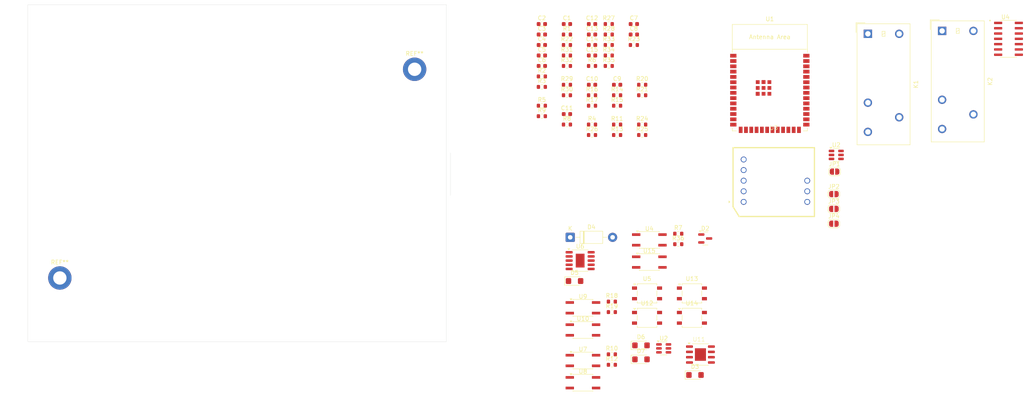
<source format=kicad_pcb>
(kicad_pcb (version 20241229) (generator "pcbnew") (generator_version "9.0")
  (layers (0 "F.Cu" signal) (2 "B.Cu" signal) (13 "F.Paste" user) (15 "B.Paste" user) (5 "F.SilkS" user "F.Silkscreen") (7 "B.SilkS" user "B.Silkscreen") (1 "F.Mask" user) (3 "B.Mask" user) (25 "Edge.Cuts" user))
  (net 0 "")
  (net 1 "Net-(JP1-A)")
  (net 2 "+3.3V")
  (net 3 "/NIVARA_BOARD/VOLTAGE_AOUTPUT")
  (net 5 "/NIVARA_BOARD/mA_AOUTPUT+")
  (net 6 "Net-(D4-A)")
  (net 7 "Net-(D5-A1)")
  (net 8 "GND")
  (net 10 "Net-(D6-A1)")
  (net 11 "Net-(Q2-1C)")
  (net 12 "Net-(Q2-2C)")
  (net 14 "Net-(R7-Pad2)")
  (net 15 "/NIVARA_BOARD/NPN_DINPUT_1")
  (net 16 "Net-(U1-EN)")
  (net 18 "Net-(R10-Pad2)")
  (net 19 "Net-(R12-Pad2)")
  (net 20 "/NIVARA_BOARD/PNP_DINPUT_0")
  (net 22 "Net-(R18-Pad2)")
  (net 23 "/NIVARA_BOARD/PNP_DINPUT_1")
  (net 24 "Net-(R19-Pad2)")
  (net 25 "Net-(R36-Pad2)")
  (net 27 "/NIVARA_BOARD/NPN_DINPUT_0")
  (net 29 "/NIVARA_BOARD/NPN_OUT_INTERFACE/NPN_EN1")
  (net 32 "/NIVARA_BOARD/PNP_OUT_INTERFACE/PNP_EN0")
  (net 34 "/NIVARA_BOARD/RS485_INTERFACE/UART_RX")
  (net 38 "/NIVARA_BOARD/~{RUN}{slash}STOP")
  (net 39 "/NIVARA_BOARD/RS485_INTERFACE/UART_TX")
  (net 41 "VCC")
  (net 42 "Net-(U2-SW)")
  (net 43 "Net-(U2-BST)")
  (net 44 "/NIVARA_BOARD/RS485_B")
  (net 46 "/NIVARA_BOARD/RS485_A")
  (net 47 "/NIVARA_BOARD/RS485_INTERFACE/~{TX}{slash}RX")
  (net 48 "Net-(K1-PadA1)")
  (net 49 "/NIVARA_BOARD/RL2_OUTPUT_NC")
  (net 50 "/NIVARA_BOARD/RL2_OUTPUT_NO")
  (net 51 "/NIVARA_BOARD/RL2_COM")
  (net 52 "/NIVARA_BOARD/RL1_OUTPUT_NC")
  (net 53 "Net-(K2-PadA1)")
  (net 54 "/NIVARA_BOARD/RL1_COM")
  (net 55 "/NIVARA_BOARD/RL1_OUTPUT_NO")
  (net 56 "/NIVARA_BOARD/RELAY_INTERFACE/ST2")
  (net 57 "/NIVARA_BOARD/RELAY_INTERFACE/ST1")
  (net 58 "/NIVARA_BOARD/RELAY_INTERFACE/RL2_EN")
  (net 59 "/NIVARA_BOARD/RELAY_INTERFACE/RL1_EN")
  (net 60 "/NIVARA_BOARD/VOLTAGE_AOUT_INTERFACE/SCLK")
  (net 61 "/NIVARA_BOARD/10V_AIN_INTERFACE/10V_ADC")
  (net 62 "/NIVARA_BOARD/VOLTAGE_AOUT_INTERFACE/SDA")
  (net 63 "/NIVARA_BOARD/VOLTAGE_AOUT_INTERFACE/SEL")
  (net 64 "/NIVARA_BOARD/mA_AINPUT")
  (net 65 "/NIVARA_BOARD/PNP_OUT_INTERFACE/PNP_EN1")
  (net 66 "/NIVARA_BOARD/PNP_IN_Mod/NPN_Output0")
  (net 67 "/NIVARA_BOARD/PNP_IN_Mod/NPN_Output1")
  (net 68 "/NIVARA_BOARD/DRY_INPUT_INTERFACE/DRY_OUT0")
  (net 69 "/NIVARA_BOARD/DRY_INPUT_INTERFACE/DRY_OUT1")
  (net 70 "/NIVARA_BOARD/NPN_OUT_INTERFACE/NPN_EN0")
  (net 71 "/NIVARA_BOARD/~{TRANSMIT}{slash}RECEIVE")
  (net 73 "/NIVARA_BOARD/32V_AIN_INTERFACE/32V_ADC")
  (net 75 "Net-(U2-FB)")
  (net 76 "Net-(U3-B)")
  (net 77 "Net-(U3-A)")
  (net 78 "/NIVARA_BOARD/NPN_IN_Mod/NPN_Output1")
  (net 79 "NPNIN_GND")
  (net 80 "Net-(R4-Pad2)")
  (net 81 "/NIVARA_BOARD/NPN_DOUTPUT_0")
  (net 82 "Net-(U6-IOUT)")
  (net 83 "Net-(JP2-B)")
  (net 84 "Net-(JP3-B)")
  (net 85 "Net-(U6-SET)")
  (net 86 "Net-(JP4-B)")
  (net 87 "Net-(U6-V5V)")
  (net 88 "/NIVARA_BOARD/DRY_DINPUT_0")
  (net 89 "/NIVARA_BOARD/DRY_DINPUT_1")
  (net 90 "PNPIN_GND")
  (net 91 "Net-(U11-V5V)")
  (net 92 "Net-(R26-Pad2)")
  (net 93 "/NIVARA_BOARD/PNP_DOUTPUT_0")
  (net 94 "Net-(R29-Pad2)")
  (net 95 "Net-(R30-Pad2)")
  (net 96 "/NIVARA_BOARD/PNP_DOUTPUT_1")
  (net 97 "/NIVARA_BOARD/NPN_IN_Mod/NPN_Output0")
  (net 98 "Net-(D1-A)")
  (net 99 "/NIVARA_BOARD/+32V_AINPUT")
  (net 100 "/NIVARA_BOARD/+10V_AINPUT")
  (footprint "Jumper:SolderJumper-2_P1.3mm_Open_RoundedPad1.0x1.5mm" (layer "F.Cu") (at 230.265 72.265)
    (property "Reference" "JP1" (at 0 -1.8 0) (layer "F.SilkS"))
    (property "Value" "SolderJumper_2_Open")
    (pad "1" smd custom (at -0.65 0) (size 1 0.5) (layers "F.Cu" "F.Mask") (net 10 "Net-(D6-A1)") (options (clearance outline) (anchor rect)) (primitives (gr_circle (center 0 0.25) (end 0.5 0.25) (width 0) (fill yes)) (gr_circle (center 0 -0.25) (end 0.5 -0.25) (width 0) (fill yes)) (gr_poly (pts (xy 0.5 0.75) (xy 0 0.75) (xy 0 -0.75) (xy 0.5 -0.75)) (width 0) (fill yes))))
    (pad "2" smd custom (at 0.65 0) (size 1 0.5) (layers "F.Cu" "F.Mask") (net 2 "+3.3V") (options (clearance outline) (anchor rect)) (primitives (gr_circle (center 0 0.25) (end 0.5 0.25) (width 0) (fill yes)) (gr_circle (center 0 -0.25) (end 0.5 -0.25) (width 0) (fill yes)) (gr_poly (pts (xy 0 0.75) (xy -0.5 0.75) (xy -0.5 -0.75) (xy 0 -0.75)) (width 0) (fill yes))))
  )
  (footprint "PCM_Espressif:ESP32-S3-WROOM-1" (layer "F.Cu") (at 214.75 52.76)
    (property "Reference" "U1" (at 0 -17.05 0) (layer "F.SilkS"))
    (property "Value" "ESP32-S3-WROOM-1")
    (fp_text user "Antenna Area" (at 0 -12.75 0) (layer "F.SilkS"))
    (pad "1" smd rect (at -8.75 -8.26) (size 1.5 0.9) (layers "F.Cu" "F.Mask" "F.Paste") (net 8 "GND"))
    (pad "2" smd rect (at -8.75 -6.99) (size 1.5 0.9) (layers "F.Cu" "F.Mask" "F.Paste") (net 2 "+3.3V"))
    (pad "3" smd rect (at -8.75 -5.72) (size 1.5 0.9) (layers "F.Cu" "F.Mask" "F.Paste") (net 16 "Net-(U1-EN)"))
    (pad "4" smd rect (at -8.75 -4.45) (size 1.5 0.9) (layers "F.Cu" "F.Mask" "F.Paste") (net 73 "/NIVARA_BOARD/32V_AIN_INTERFACE/32V_ADC"))
    (pad "5" smd rect (at -8.75 -3.18) (size 1.5 0.9) (layers "F.Cu" "F.Mask" "F.Paste") (net 61 "/NIVARA_BOARD/10V_AIN_INTERFACE/10V_ADC"))
    (pad "6" smd rect (at -8.75 -1.91) (size 1.5 0.9) (layers "F.Cu" "F.Mask" "F.Paste") (net 32 "/NIVARA_BOARD/PNP_OUT_INTERFACE/PNP_EN0"))
    (pad "7" smd rect (at -8.75 -0.64) (size 1.5 0.9) (layers "F.Cu" "F.Mask" "F.Paste") (net 65 "/NIVARA_BOARD/PNP_OUT_INTERFACE/PNP_EN1"))
    (pad "8" smd rect (at -8.75 0.63) (size 1.5 0.9) (layers "F.Cu" "F.Mask" "F.Paste") (net 62 "/NIVARA_BOARD/VOLTAGE_AOUT_INTERFACE/SDA"))
    (pad "9" smd rect (at -8.75 1.9) (size 1.5 0.9) (layers "F.Cu" "F.Mask" "F.Paste") (net 60 "/NIVARA_BOARD/VOLTAGE_AOUT_INTERFACE/SCLK"))
    (pad "10" smd rect (at -8.75 3.17) (size 1.5 0.9) (layers "F.Cu" "F.Mask" "F.Paste"))
    (pad "11" smd rect (at -8.75 4.44) (size 1.5 0.9) (layers "F.Cu" "F.Mask" "F.Paste"))
    (pad "12" smd rect (at -8.75 5.71) (size 1.5 0.9) (layers "F.Cu" "F.Mask" "F.Paste") (net 66 "/NIVARA_BOARD/PNP_IN_Mod/NPN_Output0"))
    (pad "13" smd rect (at -8.75 6.98) (size 1.5 0.9) (layers "F.Cu" "F.Mask" "F.Paste"))
    (pad "14" smd rect (at -8.75 8.25) (size 1.5 0.9) (layers "F.Cu" "F.Mask" "F.Paste"))
    (pad "15" smd rect (at -6.985 9.5 90) (size 1.5 0.9) (layers "F.Cu" "F.Mask" "F.Paste") (net 58 "/NIVARA_BOARD/RELAY_INTERFACE/RL2_EN"))
    (pad "16" smd rect (at -5.715 9.5 90) (size 1.5 0.9) (layers "F.Cu" "F.Mask" "F.Paste") (net 71 "/NIVARA_BOARD/~{TRANSMIT}{slash}RECEIVE"))
    (pad "17" smd rect (at -4.445 9.5 90) (size 1.5 0.9) (layers "F.Cu" "F.Mask" "F.Paste") (net 67 "/NIVARA_BOARD/PNP_IN_Mod/NPN_Output1"))
    (pad "18" smd rect (at -3.175 9.5 90) (size 1.5 0.9) (layers "F.Cu" "F.Mask" "F.Paste") (net 68 "/NIVARA_BOARD/DRY_INPUT_INTERFACE/DRY_OUT0"))
    (pad "19" smd rect (at -1.905 9.5 90) (size 1.5 0.9) (layers "F.Cu" "F.Mask" "F.Paste"))
    (pad "20" smd rect (at -0.635 9.5 90) (size 1.5 0.9) (layers "F.Cu" "F.Mask" "F.Paste"))
    (pad "21" smd rect (at 0.635 9.5 90) (size 1.5 0.9) (layers "F.Cu" "F.Mask" "F.Paste"))
    (pad "22" smd rect (at 1.905 9.5 90) (size 1.5 0.9) (layers "F.Cu" "F.Mask" "F.Paste"))
    (pad "23" smd rect (at 3.175 9.5 90) (size 1.5 0.9) (layers "F.Cu" "F.Mask" "F.Paste") (net 69 "/NIVARA_BOARD/DRY_INPUT_INTERFACE/DRY_OUT1"))
    (pad "24" smd rect (at 4.445 9.5 90) (size 1.5 0.9) (layers "F.Cu" "F.Mask" "F.Paste") (net 39 "/NIVARA_BOARD/RS485_INTERFACE/UART_TX"))
    (pad "25" smd rect (at 5.715 9.5 90) (size 1.5 0.9) (layers "F.Cu" "F.Mask" "F.Paste") (net 34 "/NIVARA_BOARD/RS485_INTERFACE/UART_RX"))
    (pad "26" smd rect (at 6.985 9.5 90) (size 1.5 0.9) (layers "F.Cu" "F.Mask" "F.Paste") (net 29 "/NIVARA_BOARD/NPN_OUT_INTERFACE/NPN_EN1"))
    (pad "27" smd rect (at 8.75 8.25 180) (size 1.5 0.9) (layers "F.Cu" "F.Mask" "F.Paste"))
    (pad "28" smd rect (at 8.75 6.98 180) (size 1.5 0.9) (layers "F.Cu" "F.Mask" "F.Paste") (net 63 "/NIVARA_BOARD/VOLTAGE_AOUT_INTERFACE/SEL"))
    (pad "29" smd rect (at 8.75 5.71 180) (size 1.5 0.9) (layers "F.Cu" "F.Mask" "F.Paste") (net 38 "/NIVARA_BOARD/~{RUN}{slash}STOP"))
    (pad "30" smd rect (at 8.75 4.44 180) (size 1.5 0.9) (layers "F.Cu" "F.Mask" "F.Paste"))
    (pad "31" smd rect (at 8.75 3.17 180) (size 1.5 0.9) (layers "F.Cu" "F.Mask" "F.Paste") (net 70 "/NIVARA_BOARD/NPN_OUT_INTERFACE/NPN_EN0"))
    (pad "32" smd rect (at 8.75 1.9 180) (size 1.5 0.9) (layers "F.Cu" "F.Mask" "F.Paste"))
    (pad "33" smd rect (at 8.75 0.63 180) (size 1.5 0.9) (layers "F.Cu" "F.Mask" "F.Paste"))
    (pad "34" smd rect (at 8.75 -0.64 180) (size 1.5 0.9) (layers "F.Cu" "F.Mask" "F.Paste"))
    (pad "35" smd rect (at 8.75 -1.91 180) (size 1.5 0.9) (layers "F.Cu" "F.Mask" "F.Paste"))
    (pad "36" smd rect (at 8.75 -3.18 180) (size 1.5 0.9) (layers "F.Cu" "F.Mask" "F.Paste"))
    (pad "37" smd rect (at 8.75 -4.45 180) (size 1.5 0.9) (layers "F.Cu" "F.Mask" "F.Paste"))
    (pad "38" smd rect (at 8.75 -5.72 180) (size 1.5 0.9) (layers "F.Cu" "F.Mask" "F.Paste") (net 59 "/NIVARA_BOARD/RELAY_INTERFACE/RL1_EN"))
    (pad "39" smd rect (at 8.75 -6.99 180) (size 1.5 0.9) (layers "F.Cu" "F.Mask" "F.Paste") (net 64 "/NIVARA_BOARD/mA_AINPUT"))
    (pad "40" smd rect (at 8.75 -8.26 180) (size 1.5 0.9) (layers "F.Cu" "F.Mask" "F.Paste") (net 8 "GND"))
    (pad "41" smd rect (at -2.9 -1.94 180) (size 0.9 0.9) (layers "F.Cu" "F.Mask" "F.Paste") (net 8 "GND"))
    (pad "41" smd rect (at -2.9 -0.54 180) (size 0.9 0.9) (layers "F.Cu" "F.Mask" "F.Paste") (net 8 "GND"))
    (pad "41" smd rect (at -2.9 0.86 180) (size 0.9 0.9) (layers "F.Cu" "F.Mask" "F.Paste") (net 8 "GND"))
    (pad "41" smd rect (at -2.9 0.86 180) (size 0.9 0.9) (layers "F.Cu" "F.Mask" "F.Paste") (net 8 "GND"))
    (pad "41" smd rect (at -1.5 -1.94 180) (size 0.9 0.9) (layers "F.Cu" "F.Mask" "F.Paste") (net 8 "GND"))
    (pad "41" smd rect (at -1.5 -1.94 180) (size 0.9 0.9) (layers "F.Cu" "F.Mask" "F.Paste") (net 8 "GND"))
    (pad "41" smd rect (at -1.5 -0.54 180) (size 0.9 0.9) (layers "F.Cu" "F.Mask" "F.Paste") (net 8 "GND"))
    (pad "41" smd rect (at -1.5 0.86 180) (size 0.9 0.9) (layers "F.Cu" "F.Mask" "F.Paste") (net 8 "GND"))
    (pad "41" smd rect (at -0.1 -1.94 180) (size 0.9 0.9) (layers "F.Cu" "F.Mask" "F.Paste") (net 8 "GND"))
    (pad "41" smd rect (at -0.1 -0.54 180) (size 0.9 0.9) (layers "F.Cu" "F.Mask" "F.Paste") (net 8 "GND"))
    (pad "41" smd rect (at -0.1 0.86 180) (size 0.9 0.9) (layers "F.Cu" "F.Mask" "F.Paste") (net 8 "GND"))
  )
  (footprint "Resistor_SMD:R_0603_1608Metric" (layer "F.Cu") (at 176.165 41.93)
    (property "Reference" "R33" (at 0 -1.43 0) (layer "F.SilkS"))
    (property "Value" "10k")
    (pad "1" smd roundrect (at -0.825 0) (size 0.8 0.95) (layers "F.Cu" "F.Mask" "F.Paste") (net 87 "Net-(U6-V5V)"))
    (pad "2" smd roundrect (at 0.825 0) (size 0.8 0.95) (layers "F.Cu" "F.Mask" "F.Paste") (net 83 "Net-(JP2-B)"))
  )
  (footprint "Resistor_SMD:R_0603_1608Metric" (layer "F.Cu") (at 176.165 44.44)
    (property "Reference" "R34" (at 0 -1.43 0) (layer "F.SilkS"))
    (property "Value" "10k")
    (pad "1" smd roundrect (at -0.825 0) (size 0.8 0.95) (layers "F.Cu" "F.Mask" "F.Paste") (net 87 "Net-(U6-V5V)"))
    (pad "2" smd roundrect (at 0.825 0) (size 0.8 0.95) (layers "F.Cu" "F.Mask" "F.Paste") (net 84 "Net-(JP3-B)"))
  )
  (footprint "Resistor_SMD:R_0603_1608Metric" (layer "F.Cu") (at 172.155 56.48)
    (property "Reference" "R17" (at 0 -1.43 0) (layer "F.SilkS"))
    (property "Value" "16k")
    (pad "1" smd roundrect (at -0.825 0) (size 0.8 0.95) (layers "F.Cu" "F.Mask" "F.Paste") (net 61 "/NIVARA_BOARD/10V_AIN_INTERFACE/10V_ADC"))
    (pad "2" smd roundrect (at 0.825 0) (size 0.8 0.95) (layers "F.Cu" "F.Mask" "F.Paste") (net 8 "GND"))
  )
  (footprint "Resistor_SMD:R_0603_1608Metric" (layer "F.Cu") (at 172.155 53.97)
    (property "Reference" "R16" (at 0 -1.43 0) (layer "F.SilkS"))
    (property "Value" "51k")
    (pad "1" smd roundrect (at -0.825 0) (size 0.8 0.95) (layers "F.Cu" "F.Mask" "F.Paste") (net 100 "/NIVARA_BOARD/+10V_AINPUT"))
    (pad "2" smd roundrect (at 0.825 0) (size 0.8 0.95) (layers "F.Cu" "F.Mask" "F.Paste") (net 61 "/NIVARA_BOARD/10V_AIN_INTERFACE/10V_ADC"))
  )
  (footprint "Resistor_SMD:R_0603_1608Metric" (layer "F.Cu") (at 160.135 49.46)
    (property "Reference" "R2" (at 0 -1.43 0) (layer "F.SilkS"))
    (property "Value" "196k")
    (pad "1" smd roundrect (at -0.825 0) (size 0.8 0.95) (layers "F.Cu" "F.Mask" "F.Paste") (net 10 "Net-(D6-A1)"))
    (pad "2" smd roundrect (at 0.825 0) (size 0.8 0.95) (layers "F.Cu" "F.Mask" "F.Paste") (net 75 "Net-(U2-FB)"))
  )
  (footprint "Resistor_SMD:R_0603_1608Metric" (layer "F.Cu") (at 176.165 46.95)
    (property "Reference" "R35" (at 0 -1.43 0) (layer "F.SilkS"))
    (property "Value" "10k")
    (pad "1" smd roundrect (at -0.825 0) (size 0.8 0.95) (layers "F.Cu" "F.Mask" "F.Paste") (net 87 "Net-(U6-V5V)"))
    (pad "2" smd roundrect (at 0.825 0) (size 0.8 0.95) (layers "F.Cu" "F.Mask" "F.Paste") (net 86 "Net-(JP4-B)"))
  )
  (footprint "Resistor_SMD:R_0603_1608Metric" (layer "F.Cu") (at 176.905 103.412)
    (property "Reference" "R18" (at 0 -1.43 0) (layer "F.SilkS"))
    (property "Value" "910")
    (pad "1" smd roundrect (at -0.825 0) (size 0.8 0.95) (layers "F.Cu" "F.Mask" "F.Paste") (net 20 "/NIVARA_BOARD/PNP_DINPUT_0"))
    (pad "2" smd roundrect (at 0.825 0) (size 0.8 0.95) (layers "F.Cu" "F.Mask" "F.Paste") (net 22 "Net-(R18-Pad2)"))
  )
  (footprint "Resistor_SMD:R_0603_1608Metric" (layer "F.Cu") (at 176.165 39.42)
    (property "Reference" "R28" (at 0 -1.43 0) (layer "F.SilkS"))
    (property "Value" "15")
    (pad "1" smd roundrect (at -0.825 0) (size 0.8 0.95) (layers "F.Cu" "F.Mask" "F.Paste") (net 7 "Net-(D5-A1)"))
    (pad "2" smd roundrect (at 0.825 0) (size 0.8 0.95) (layers "F.Cu" "F.Mask" "F.Paste") (net 6 "Net-(D4-A)"))
  )
  (footprint "Capacitor_SMD:C_0603_1608Metric" (layer "F.Cu") (at 160.135 36.91)
    (property "Reference" "C2" (at 0 -1.43 0) (layer "F.SilkS"))
    (property "Value" "100nF")
    (pad "1" smd roundrect (at -0.775 0) (size 0.9 0.95) (layers "F.Cu" "F.Mask" "F.Paste") (net 43 "Net-(U2-BST)"))
    (pad "2" smd roundrect (at 0.775 0) (size 0.9 0.95) (layers "F.Cu" "F.Mask" "F.Paste") (net 42 "Net-(U2-SW)"))
  )
  (footprint "Capacitor_SMD:C_0603_1608Metric" (layer "F.Cu") (at 172.155 39.42)
    (property "Reference" "C13" (at 0 -1.43 0) (layer "F.SilkS"))
    (property "Value" "1uF")
    (pad "1" smd roundrect (at -0.775 0) (size 0.9 0.95) (layers "F.Cu" "F.Mask" "F.Paste") (net 87 "Net-(U6-V5V)"))
    (pad "2" smd roundrect (at 0.775 0) (size 0.9 0.95) (layers "F.Cu" "F.Mask" "F.Paste") (net 8 "GND"))
  )
  (footprint "Resistor_SMD:R_0603_1608Metric" (layer "F.Cu") (at 192.815 87.142)
    (property "Reference" "R7" (at 0 -1.43 0) (layer "F.SilkS"))
    (property "Value" "910")
    (pad "1" smd roundrect (at -0.825 0) (size 0.8 0.95) (layers "F.Cu" "F.Mask" "F.Paste") (net 15 "/NIVARA_BOARD/NPN_DINPUT_1"))
    (pad "2" smd roundrect (at 0.825 0) (size 0.8 0.95) (layers "F.Cu" "F.Mask" "F.Paste") (net 14 "Net-(R7-Pad2)"))
  )
  (footprint "Package_TO_SOT_SMD:SOT-23" (layer "F.Cu") (at 199.275 88.287)
    (property "Reference" "D2" (at 0 -2.4 0) (layer "F.SilkS"))
    (property "Value" "SM712_SOT23")
    (pad "1" smd roundrect (at -0.9375 -0.95) (size 1.475 0.6) (layers "F.Cu" "F.Mask" "F.Paste") (net 46 "/NIVARA_BOARD/RS485_A"))
    (pad "2" smd roundrect (at -0.9375 0.95) (size 1.475 0.6) (layers "F.Cu" "F.Mask" "F.Paste") (net 44 "/NIVARA_BOARD/RS485_B"))
    (pad "3" smd roundrect (at 0.9375 0) (size 1.475 0.6) (layers "F.Cu" "F.Mask" "F.Paste") (net 8 "GND"))
  )
  (footprint "Resistor_SMD:R_0603_1608Metric" (layer "F.Cu") (at 160.135 56.48)
    (property "Reference" "R5" (at 0 -1.43 0) (layer "F.SilkS"))
    (property "Value" "412")
    (pad "1" smd roundrect (at -0.825 0) (size 0.8 0.95) (layers "F.Cu" "F.Mask" "F.Paste") (net 97 "/NIVARA_BOARD/NPN_IN_Mod/NPN_Output0"))
    (pad "2" smd roundrect (at 0.825 0) (size 0.8 0.95) (layers "F.Cu" "F.Mask" "F.Paste") (net 2 "+3.3V"))
  )
  (footprint "Capacitor_SMD:C_0603_1608Metric" (layer "F.Cu") (at 172.155 44.44)
    (property "Reference" "C15" (at 0 -1.43 0) (layer "F.SilkS"))
    (property "Value" "100nF")
    (pad "1" smd roundrect (at -0.775 0) (size 0.9 0.95) (layers "F.Cu" "F.Mask" "F.Paste") (net 7 "Net-(D5-A1)"))
    (pad "2" smd roundrect (at 0.775 0) (size 0.9 0.95) (layers "F.Cu" "F.Mask" "F.Paste") (net 8 "GND"))
  )
  (footprint "Capacitor_SMD:C_0603_1608Metric" (layer "F.Cu") (at 166.145 36.91)
    (property "Reference" "C1" (at 0 -1.43 0) (layer "F.SilkS"))
    (property "Value" "1uF")
    (pad "1" smd roundrect (at -0.775 0) (size 0.9 0.95) (layers "F.Cu" "F.Mask" "F.Paste") (net 16 "Net-(U1-EN)"))
    (pad "2" smd roundrect (at 0.775 0) (size 0.9 0.95) (layers "F.Cu" "F.Mask" "F.Paste") (net 8 "GND"))
  )
  (footprint "Capacitor_SMD:C_0603_1608Metric" (layer "F.Cu") (at 166.145 58.48)
    (property "Reference" "C11" (at 0 -1.43 0) (layer "F.SilkS"))
    (property "Value" "100nF")
    (pad "1" smd roundrect (at -0.775 0) (size 0.9 0.95) (layers "F.Cu" "F.Mask" "F.Paste") (net 64 "/NIVARA_BOARD/mA_AINPUT"))
    (pad "2" smd roundrect (at 0.775 0) (size 0.9 0.95) (layers "F.Cu" "F.Mask" "F.Paste") (net 8 "GND"))
  )
  (footprint "Capacitor_SMD:C_0603_1608Metric" (layer "F.Cu") (at 182.175 36.91)
    (property "Reference" "C7" (at 0 -1.43 0) (layer "F.SilkS"))
    (property "Value" "1uF")
    (pad "1" smd roundrect (at -0.775 0) (size 0.9 0.95) (layers "F.Cu" "F.Mask" "F.Paste") (net 8 "GND"))
    (pad "2" smd roundrect (at 0.775 0) (size 0.9 0.95) (layers "F.Cu" "F.Mask" "F.Paste") (net 91 "Net-(U11-V5V)"))
  )
  (footprint "Resistor_SMD:R_0603_1608Metric" (layer "F.Cu") (at 160.135 58.99)
    (property "Reference" "R9" (at 0 -1.43 0) (layer "F.SilkS"))
    (property "Value" "412")
    (pad "1" smd roundrect (at -0.825 0) (size 0.8 0.95) (layers "F.Cu" "F.Mask" "F.Paste") (net 78 "/NIVARA_BOARD/NPN_IN_Mod/NPN_Output1"))
    (pad "2" smd roundrect (at 0.825 0) (size 0.8 0.95) (layers "F.Cu" "F.Mask" "F.Paste") (net 2 "+3.3V"))
  )
  (footprint "Resistor_SMD:R_0603_1608Metric" (layer "F.Cu") (at 192.815 89.652)
    (property "Reference" "R36" (at 0 -1.43 0) (layer "F.SilkS"))
    (property "Value" "910")
    (pad "1" smd roundrect (at -0.825 0) (size 0.8 0.95) (layers "F.Cu" "F.Mask" "F.Paste") (net 27 "/NIVARA_BOARD/NPN_DINPUT_0"))
    (pad "2" smd roundrect (at 0.825 0) (size 0.8 0.95) (layers "F.Cu" "F.Mask" "F.Paste") (net 25 "Net-(R36-Pad2)"))
  )
  (footprint "Relay_THT:Relay_SPDT_Omron_G2RL-1" (layer "F.Cu") (at 238.25 39.25)
    (property "Reference" "K1" (at 11.5 12.1 90) (layer "F.SilkS"))
    (property "Value" "G2RL-1")
    (pad "11" thru_hole circle (at 7.5 20) (size 2 2) (drill 1.3) (layers "*.Cu" "*.Mask") (net 51 "/NIVARA_BOARD/RL2_COM"))
    (pad "12" thru_hole circle (at 0 16.5) (size 2 2) (drill 1.3) (layers "*.Cu" "*.Mask") (net 49 "/NIVARA_BOARD/RL2_OUTPUT_NC"))
    (pad "14" thru_hole circle (at 0 23.5) (size 2 2) (drill 1.3) (layers "*.Cu" "*.Mask") (net 50 "/NIVARA_BOARD/RL2_OUTPUT_NO"))
    (pad "A1" thru_hole rect (at 0 0) (size 2 2) (drill 1.3) (layers "*.Cu" "*.Mask") (net 41 "VCC"))
    (pad "A2" thru_hole circle (at 7.5 0) (size 2 2) (drill 1.3) (layers "*.Cu" "*.Mask") (net 11 "Net-(Q2-1C)"))
  )
  (footprint "Jumper:SolderJumper-2_P1.3mm_Open_RoundedPad1.0x1.5mm" (layer "F.Cu") (at 230.1 84.75)
    (property "Reference" "JP4" (at 0 -1.8 0) (layer "F.SilkS"))
    (property "Value" "SolderJumper_2_Open")
    (pad "1" smd custom (at -0.65 0) (size 1 0.5) (layers "F.Cu" "F.Mask") (net 8 "GND") (options (clearance outline) (anchor rect)) (primitives (gr_circle (center 0 0.25) (end 0.5 0.25) (width 0) (fill yes)) (gr_circle (center 0 -0.25) (end 0.5 -0.25) (width 0) (fill yes)) (gr_poly (pts (xy 0.5 0.75) (xy 0 0.75) (xy 0 -0.75) (xy 0.5 -0.75)) (width 0) (fill yes))))
    (pad "2" smd custom (at 0.65 0) (size 1 0.5) (layers "F.Cu" "F.Mask") (net 86 "Net-(JP4-B)") (options (clearance outline) (anchor rect)) (primitives (gr_circle (center 0 0.25) (end 0.5 0.25) (width 0) (fill yes)) (gr_circle (center 0 -0.25) (end 0.5 -0.25) (width 0) (fill yes)) (gr_poly (pts (xy 0 0.75) (xy -0.5 0.75) (xy -0.5 -0.75) (xy 0 -0.75)) (width 0) (fill yes))))
  )
  (footprint "Resistor_SMD:R_0603_1608Metric" (layer "F.Cu") (at 166.145 53.97)
    (property "Reference" "R30" (at 0 -1.43 0) (layer "F.SilkS"))
    (property "Value" "100")
    (pad "1" smd roundrect (at -0.825 0) (size 0.8 0.95) (layers "F.Cu" "F.Mask" "F.Paste") (net 65 "/NIVARA_BOARD/PNP_OUT_INTERFACE/PNP_EN1"))
    (pad "2" smd roundrect (at 0.825 0) (size 0.8 0.95) (layers "F.Cu" "F.Mask" "F.Paste") (net 95 "Net-(R30-Pad2)"))
  )
  (footprint "Resistor_SMD:R_0603_1608Metric" (layer "F.Cu") (at 172.155 46.95)
    (property "Reference" "R6" (at 0 -1.43 0) (layer "F.SilkS"))
    (property "Value" "2.5k")
    (pad "1" smd roundrect (at -0.825 0) (size 0.8 0.95) (layers "F.Cu" "F.Mask" "F.Paste") (net 85 "Net-(U6-SET)"))
    (pad "2" smd roundrect (at 0.825 0) (size 0.8 0.95) (layers "F.Cu" "F.Mask" "F.Paste") (net 8 "GND"))
  )
  (footprint "Package_SO:SSOP-10-1EP_3.9x4.9mm_P1mm_EP2.1x3.3mm" (layer "F.Cu") (at 169.305 93.587)
    (property "Reference" "U6" (at 0 -3.4 0) (layer "F.SilkS"))
    (property "Value" "~")
    (pad "1" smd roundrect (at -2.6375 -2) (size 1.675 0.6) (layers "F.Cu" "F.Mask" "F.Paste") (net 60 "/NIVARA_BOARD/VOLTAGE_AOUT_INTERFACE/SCLK"))
    (pad "2" smd roundrect (at -2.6375 -1) (size 1.675 0.6) (layers "F.Cu" "F.Mask" "F.Paste") (net 62 "/NIVARA_BOARD/VOLTAGE_AOUT_INTERFACE/SDA"))
    (pad "3" smd roundrect (at -2.6375 0) (size 1.675 0.6) (layers "F.Cu" "F.Mask" "F.Paste") (net 83 "Net-(JP2-B)"))
    (pad "4" smd roundrect (at -2.6375 1) (size 1.675 0.6) (layers "F.Cu" "F.Mask" "F.Paste") (net 84 "Net-(JP3-B)"))
    (pad "5" smd roundrect (at -2.6375 2) (size 1.675 0.6) (layers "F.Cu" "F.Mask" "F.Paste") (net 41 "VCC"))
    (pad "6" smd roundrect (at 2.6375 2) (size 1.675 0.6) (layers "F.Cu" "F.Mask" "F.Paste") (net 8 "GND"))
    (pad "7" smd roundrect (at 2.6375 1) (size 1.675 0.6) (layers "F.Cu" "F.Mask" "F.Paste") (net 85 "Net-(U6-SET)"))
    (pad "8" smd roundrect (at 2.6375 0) (size 1.675 0.6) (layers "F.Cu" "F.Mask" "F.Paste") (net 82 "Net-(U6-IOUT)"))
    (pad "9" smd roundrect (at 2.6375 -1) (size 1.675 0.6) (layers "F.Cu" "F.Mask" "F.Paste") (net 86 "Net-(JP4-B)"))
    (pad "10" smd roundrect (at 2.6375 -2) (size 1.675 0.6) (layers "F.Cu" "F.Mask" "F.Paste") (net 87 "Net-(U6-V5V)"))
    (pad "11" smd rect (at 0 0) (size 2.1 3.3) (property pad_prop_heatsink) (layers "F.Cu" "F.Mask"))
  )
  (footprint "Capacitor_SMD:C_0603_1608Metric" (layer "F.Cu") (at 182.175 39.42)
    (property "Reference" "C8" (at 0 -1.43 0) (layer "F.SilkS"))
    (property "Value" "100nF")
    (pad "1" smd roundrect (at -0.775 0) (size 0.9 0.95) (layers "F.Cu" "F.Mask" "F.Paste") (net 8 "GND"))
    (pad "2" smd roundrect (at 0.775 0) (size 0.9 0.95) (layers "F.Cu" "F.Mask" "F.Paste") (net 3 "/NIVARA_BOARD/VOLTAGE_AOUTPUT"))
  )
  (footprint "Riqi_Parts:eSOP-8" (layer "F.Cu") (at 197.761 112.967)
    (property "Reference" "U11" (at 0 -0.5 0) (layer "F.SilkS") (effects (font (thickness 0.1))))
    (property "Value" "~")
    (pad "1" smd roundrect (at -2.261 1.223) (size 1.65 0.6) (layers "F.Cu" "F.Mask" "F.Paste") (net 60 "/NIVARA_BOARD/VOLTAGE_AOUT_INTERFACE/SCLK"))
    (pad "2" smd roundrect (at -2.261 2.493) (size 1.65 0.6) (layers "F.Cu" "F.Mask" "F.Paste"))
    (pad "3" smd roundrect (at -2.261 3.763) (size 1.65 0.6) (layers "F.Cu" "F.Mask" "F.Paste"))
    (pad "4" smd roundrect (at -2.261 5.033) (size 1.65 0.6) (layers "F.Cu" "F.Mask" "F.Paste") (net 41 "VCC"))
    (pad "5" smd roundrect (at 2.989 5.033) (size 1.65 0.6) (layers "F.Cu" "F.Mask" "F.Paste") (net 8 "GND"))
    (pad "6" smd roundrect (at 2.989 3.763) (size 1.65 0.6) (layers "F.Cu" "F.Mask" "F.Paste") (net 3 "/NIVARA_BOARD/VOLTAGE_AOUTPUT"))
    (pad "7" smd roundrect (at 2.989 2.493) (size 1.65 0.6) (layers "F.Cu" "F.Mask" "F.Paste") (net 63 "/NIVARA_BOARD/VOLTAGE_AOUT_INTERFACE/SEL"))
    (pad "8" smd roundrect (at 2.989 1.223) (size 1.65 0.6) (layers "F.Cu" "F.Mask" "F.Paste") (net 91 "Net-(U11-V5V)"))
    (pad "9" smd rect (at 0.364 3.128) (size 2.65 3) (property pad_prop_heatsink) (layers "F.Cu" "F.Mask"))
  )
  (footprint "Package_SO:SO-4_4.4x3.6mm_P2.54mm" (layer "F.Cu") (at 185.885 93.942)
    (property "Reference" "U15" (at 0 -2.7 0) (layer "F.SilkS"))
    (property "Value" "LTV-357TB")
    (pad "1" smd rect (at -3.15 -1.27) (size 2 0.64) (layers "F.Cu" "F.Mask" "F.Paste") (net 25 "Net-(R36-Pad2)"))
    (pad "2" smd rect (at -3.15 1.27) (size 2 0.64) (layers "F.Cu" "F.Mask" "F.Paste") (net 79 "NPNIN_GND"))
    (pad "3" smd rect (at 3.15 1.27) (size 2 0.64) (layers "F.Cu" "F.Mask" "F.Paste") (net 8 "GND"))
    (pad "4" smd rect (at 3.15 -1.27) (size 2 0.64) (layers "F.Cu" "F.Mask" "F.Paste") (net 97 "/NIVARA_BOARD/NPN_IN_Mod/NPN_Output0"))
  )
  (footprint "Package_SO:SO-4_4.4x4.3mm_P2.54mm" (layer "F.Cu") (at 185.335 107.292)
    (property "Reference" "U12" (at 0 -3.5 0) (layer "F.SilkS"))
    (property "Value" "~")
    (pad "1" smd rect (at -3 -1.27 270) (size 0.8 1.2) (layers "F.Cu" "F.Mask" "F.Paste") (net 92 "Net-(R26-Pad2)"))
    (pad "2" smd rect (at -3 1.27 270) (size 0.8 1.2) (layers "F.Cu" "F.Mask" "F.Paste") (net 8 "GND"))
    (pad "3" smd rect (at 3 1.27 270) (size 0.8 1.2) (layers "F.Cu" "F.Mask" "F.Paste") (net 81 "/NIVARA_BOARD/NPN_DOUTPUT_0"))
    (pad "4" smd rect (at 3 -1.27 270) (size 0.8 1.2) (layers "F.Cu" "F.Mask" "F.Paste") (net 8 "GND"))
  )
  (footprint "Package_SO:SO-4_4.4x3.6mm_P2.54mm" (layer "F.Cu") (at 185.885 88.627)
    (property "Reference" "U4" (at 0 -2.7 0) (layer "F.SilkS"))
    (property "Value" "LTV-357TB")
    (pad "1" smd rect (at -3.15 -1.27) (size 2 0.64) (layers "F.Cu" "F.Mask" "F.Paste") (net 14 "Net-(R7-Pad2)"))
    (pad "2" smd rect (at -3.15 1.27) (size 2 0.64) (layers "F.Cu" "F.Mask" "F.Paste") (net 79 "NPNIN_GND"))
    (pad "3" smd rect (at 3.15 1.27) (size 2 0.64) (layers "F.Cu" "F.Mask" "F.Paste") (net 8 "GND"))
    (pad "4" smd rect (at 3.15 -1.27) (size 2 0.64) (layers "F.Cu" "F.Mask" "F.Paste") (net 78 "/NIVARA_BOARD/NPN_IN_Mod/NPN_Output1"))
  )
  (footprint "Resistor_SMD:R_0603_1608Metric" (layer "F.Cu") (at 184.175 63.5)
    (property "Reference" "R25" (at 0 -1.43 0) (layer "F.SilkS"))
    (property "Value" "120")
    (pad "1" smd roundrect (at -0.825 0) (size 0.8 0.95) (layers "F.Cu" "F.Mask" "F.Paste") (net 77 "Net-(U3-A)"))
    (pad "2" smd roundrect (at 0.825 0) (size 0.8 0.95) (layers "F.Cu" "F.Mask" "F.Paste") (net 46 "/NIVARA_BOARD/RS485_A"))
  )
  (footprint "Resistor_SMD:R_0603_1608Metric" (layer "F.Cu") (at 172.155 60.99)
    (property "Reference" "R4" (at 0 -1.43 0) (layer "F.SilkS"))
    (property "Value" "100")
    (pad "1" smd roundrect (at -0.825 0) (size 0.8 0.95) (layers "F.Cu" "F.Mask" "F.Paste") (net 70 "/NIVARA_BOARD/NPN_OUT_INTERFACE/NPN_EN0"))
    (pad "2" smd roundrect (at 0.825 0) (size 0.8 0.95) (layers "F.Cu" "F.Mask" "F.Paste") (net 80 "Net-(R4-Pad2)"))
  )
  (footprint "Capacitor_SMD:C_0603_1608Metric" (layer "F.Cu") (at 172.155 36.91)
    (property "Reference" "C12" (at 0 -1.43 0) (layer "F.SilkS"))
    (property "Value" "220pF")
    (pad "1" smd roundrect (at -0.775 0) (size 0.9 0.95) (layers "F.Cu" "F.Mask" "F.Paste") (net 85 "Net-(U6-SET)"))
    (pad "2" smd roundrect (at 0.775 0) (size 0.9 0.95) (layers "F.Cu" "F.Mask" "F.Paste") (net 8 "GND"))
  )
  (footprint "Package_TO_SOT_SMD:TSOT-23-6" (layer "F.Cu") (at 230.665 68.27)
    (property "Reference" "U2" (at 0 -2.4 0) (layer "F.SilkS"))
    (property "Value" "AP63203WU")
    (pad "1" smd roundrect (at -1.1375 -0.95) (size 1.325 0.6) (layers "F.Cu" "F.Mask" "F.Paste") (net 1 "Net-(JP1-A)"))
    (pad "2" smd roundrect (at -1.1375 0) (size 1.325 0.6) (layers "F.Cu" "F.Mask" "F.Paste") (net 41 "VCC"))
    (pad "3" smd roundrect (at -1.1375 0.95) (size 1.325 0.6) (layers "F.Cu" "F.Mask" "F.Paste") (net 41 "VCC"))
    (pad "4" smd roundrect (at 1.1375 0.95) (size 1.325 0.6) (layers "F.Cu" "F.Mask" "F.Paste") (net 8 "GND"))
    (pad "5" smd roundrect (at 1.1375 0) (size 1.325 0.6) (layers "F.Cu" "F.Mask" "F.Paste") (net 42 "Net-(U2-SW)"))
    (pad "6" smd roundrect (at 1.1375 -0.95) (size 1.325 0.6) (layers "F.Cu" "F.Mask" "F.Paste") (net 43 "Net-(U2-BST)"))
  )
  (footprint "Resistor_SMD:R_0603_1608Metric" (layer "F.Cu") (at 176.165 36.91)
    (property "Reference" "R27" (at 0 -1.43 0) (layer "F.SilkS"))
    (property "Value" "100k")
    (pad "1" smd roundrect (at -0.825 0) (size 0.8 0.95) (layers "F.Cu" "F.Mask" "F.Paste") (net 98 "Net-(D1-A)"))
    (pad "2" smd roundrect (at 0.825 0) (size 0.8 0.95) (layers "F.Cu" "F.Mask" "F.Paste") (net 8 "GND"))
  )
  (footprint "Resistor_SMD:R_0603_1608Metric" (layer "F.Cu") (at 166.145 60.99)
    (property "Reference" "R8" (at 0 -1.43 0) (layer "F.SilkS"))
    (property "Value" "120")
    (pad "1" smd roundrect (at -0.825 0) (size 0.8 0.95) (layers "F.Cu" "F.Mask" "F.Paste") (net 8 "GND"))
    (pad "2" smd roundrect (at 0.825 0) (size 0.8 0.95) (layers "F.Cu" "F.Mask" "F.Paste") (net 64 "/NIVARA_BOARD/mA_AINPUT"))
  )
  (footprint "Riqi_Parts:SOIC127P600X172-14N" (layer "F.Cu") (at 271.935 40.455)
    (property "Reference" "U4" (at -0.725 -5.227 0) (layer "F.SilkS"))
    (property "Value" "~" (hide yes))
    (pad "1" smd roundrect (at -2.48 -3.81) (size 1.95 0.57) (layers "F.Cu" "F.Mask" "F.Paste") (roundrect_rratio 0.125) (net 41 "VCC"))
    (pad "2" smd roundrect (at -2.48 -2.54) (size 1.95 0.57) (layers "F.Cu" "F.Mask" "F.Paste") (roundrect_rratio 0.125) (net 59 "/NIVARA_BOARD/RELAY_INTERFACE/RL1_EN"))
    (pad "3" smd roundrect (at -2.48 -1.27) (size 1.95 0.57) (layers "F.Cu" "F.Mask" "F.Paste") (roundrect_rratio 0.125) (net 57 "/NIVARA_BOARD/RELAY_INTERFACE/ST1"))
    (pad "4" smd roundrect (at -2.48 0) (size 1.95 0.57) (layers "F.Cu" "F.Mask" "F.Paste") (roundrect_rratio 0.125) (net 8 "GND"))
    (pad "5" smd roundrect (at -2.48 1.27) (size 1.95 0.57) (layers "F.Cu" "F.Mask" "F.Paste") (roundrect_rratio 0.125) (net 56 "/NIVARA_BOARD/RELAY_INTERFACE/ST2"))
    (pad "6" smd roundrect (at -2.48 2.54) (size 1.95 0.57) (layers "F.Cu" "F.Mask" "F.Paste") (roundrect_rratio 0.125) (net 58 "/NIVARA_BOARD/RELAY_INTERFACE/RL2_EN"))
    (pad "7" smd roundrect (at -2.48 3.81) (size 1.95 0.57) (layers "F.Cu" "F.Mask" "F.Paste") (roundrect_rratio 0.125) (net 41 "VCC"))
    (pad "8" smd roundrect (at 2.48 3.81) (size 1.95 0.57) (layers "F.Cu" "F.Mask" "F.Paste") (roundrect_rratio 0.125) (net 41 "VCC"))
    (pad "9" smd roundrect (at 2.48 2.54) (size 1.95 0.57) (layers "F.Cu" "F.Mask" "F.Paste") (roundrect_rratio 0.125) (net 48 "Net-(K1-PadA1)"))
    (pad "10" smd roundrect (at 2.48 1.27) (size 1.95 0.57) (layers "F.Cu" "F.Mask" "F.Paste") (roundrect_rratio 0.125) (net 48 "Net-(K1-PadA1)"))
    (pad "11" smd roundrect (at 2.48 0) (size 1.95 0.57) (layers "F.Cu" "F.Mask" "F.Paste") (roundrect_rratio 0.125) (net 2 "+3.3V"))
    (pad "12" smd roundrect (at 2.48 -1.27) (size 1.95 0.57) (layers "F.Cu" "F.Mask" "F.Paste") (roundrect_rratio 0.125) (net 53 "Net-(K2-PadA1)"))
    (pad "13" smd roundrect (at 2.48 -2.54) (size 1.95 0.57) (layers "F.Cu" "F.Mask" "F.Paste") (roundrect_rratio 0.125) (net 53 "Net-(K2-PadA1)"))
    (pad "14" smd roundrect (at 2.48 -3.81) (size 1.95 0.57) (layers "F.Cu" "F.Mask" "F.Paste") (roundrect_rratio 0.125) (net 41 "VCC"))
  )
  (footprint "Diode_SMD:D_SMF" (layer "F.Cu") (at 196.82 120.992)
    (property "Reference" "D3" (at 0 -2 0) (layer "F.SilkS"))
    (property "Value" "SMF24A")
    (pad "1" smd roundrect (at -1.45 0) (size 1.3 1.4) (layers "F.Cu" "F.Mask" "F.Paste") (roundrect_rratio 0.1923076923) (net 3 "/NIVARA_BOARD/VOLTAGE_AOUTPUT"))
    (pad "2" smd roundrect (at 1.45 0) (size 1.3 1.4) (layers "F.Cu" "F.Mask" "F.Paste") (roundrect_rratio 0.1923076923) (net 8 "GND"))
  )
  (footprint "MountingHole:MountingHole_3.2mm_M3_DIN965_Pad" (layer "F.Cu") (at 129.65 47.75)
    (property "Reference" "REF**" (at 0 -3.75 0) (layer "F.SilkS"))
    (property "Value" "MountingHole_3.2mm_M3_DIN965_Pad")
    (pad "1" thru_hole circle (at 0 0) (size 5.6 5.6) (drill 3.2) (layers "*.Cu" "*.Mask"))
  )
  (footprint "Jumper:SolderJumper-2_P1.3mm_Open_RoundedPad1.0x1.5mm" (layer "F.Cu") (at 230.1 77.65)
    (property "Reference" "JP2" (at 0 -1.8 0) (layer "F.SilkS"))
    (property "Value" "SolderJumper_2_Open")
    (pad "1" smd custom (at -0.65 0) (size 1 0.5) (layers "F.Cu" "F.Mask") (net 8 "GND") (options (clearance outline) (anchor rect)) (primitives (gr_circle (center 0 0.25) (end 0.5 0.25) (width 0) (fill yes)) (gr_circle (center 0 -0.25) (end 0.5 -0.25) (width 0) (fill yes)) (gr_poly (pts (xy 0.5 0.75) (xy 0 0.75) (xy 0 -0.75) (xy 0.5 -0.75)) (width 0) (fill yes))))
    (pad "2" smd custom (at 0.65 0) (size 1 0.5) (layers "F.Cu" "F.Mask") (net 83 "Net-(JP2-B)") (options (clearance outline) (anchor rect)) (primitives (gr_circle (center 0 0.25) (end 0.5 0.25) (width 0) (fill yes)) (gr_circle (center 0 -0.25) (end 0.5 -0.25) (width 0) (fill yes)) (gr_poly (pts (xy 0 0.75) (xy -0.5 0.75) (xy -0.5 -0.75) (xy 0 -0.75)) (width 0) (fill yes))))
  )
  (footprint "Diode_SMD:D_SMF" (layer "F.Cu") (at 183.88 117.242)
    (property "Reference" "D7" (at 0 -2 0) (layer "F.SilkS"))
    (property "Value" "SMF24A")
    (pad "1" smd roundrect (at -1.45 0) (size 1.3 1.4) (layers "F.Cu" "F.Mask" "F.Paste") (roundrect_rratio 0.1923076923) (net 41 "VCC"))
    (pad "2" smd roundrect (at 1.45 0) (size 1.3 1.4) (layers "F.Cu" "F.Mask" "F.Paste") (roundrect_rratio 0.1923076923) (net 8 "GND"))
  )
  (footprint "Riqi_Parts:YLPTEC RSM3485ECHT" (layer "F.Cu") (at 205.94 83.02)
    (property "Reference" "U3" (at 9.75 -21.25 0) (layer "F.SilkS") (effects (font (thickness 0.1))))
    (property "Value" "~")
    (pad "1" thru_hole circle (at 2.54 -3.5) (size 1.4 1.4) (drill 1) (layers "*.Cu" "*.Mask") (net 2 "+3.3V"))
    (pad "2" thru_hole circle (at 2.54 -6.04) (size 1.4 1.4) (drill 1) (layers "*.Cu" "*.Mask") (net 8 "GND"))
    (pad "3" thru_hole circle (at 2.54 -8.58) (size 1.4 1.4) (drill 1) (layers "*.Cu" "*.Mask") (net 39 "/NIVARA_BOARD/RS485_INTERFACE/UART_TX"))
    (pad "4" thru_hole circle (at 2.54 -11.12) (size 1.4 1.4) (drill 1) (layers "*.Cu" "*.Mask") (net 34 "/NIVARA_BOARD/RS485_INTERFACE/UART_RX"))
    (pad "5" thru_hole circle (at 2.54 -13.66) (size 1.4 1.4) (drill 1) (layers "*.Cu" "*.Mask") (net 47 "/NIVARA_BOARD/RS485_INTERFACE/~{TX}{slash}RX"))
    (pad "8" thru_hole circle (at 17.78 -8.58) (size 1.4 1.4) (drill 1) (layers "*.Cu" "*.Mask") (net 76 "Net-(U3-B)"))
    (pad "9" thru_hole circle (at 17.78 -6.04) (size 1.4 1.4) (drill 1) (layers "*.Cu" "*.Mask") (net 77 "Net-(U3-A)"))
    (pad "10" thru_hole circle (at 17.78 -3.5) (size 1.4 1.4) (drill 1) (layers "*.Cu" "*.Mask"))
  )
  (footprint "Resistor_SMD:R_0603_1608Metric" (layer "F.Cu") (at 182.175 41.93)
    (property "Reference" "R23" (at 0 -1.43 0) (layer "F.SilkS"))
    (property "Value" "10k")
    (pad "1" smd roundrect (at -0.825 0) (size 0.8 0.95) (layers "F.Cu" "F.Mask" "F.Paste") (net 63 "/NIVARA_BOARD/VOLTAGE_AOUT_INTERFACE/SEL"))
    (pad "2" smd roundrect (at 0.825 0) (size 0.8 0.95) (layers "F.Cu" "F.Mask" "F.Paste") (net 91 "Net-(U11-V5V)"))
  )
  (footprint "Capacitor_SMD:C_0603_1608Metric" (layer "F.Cu") (at 178.165 51.46)
    (property "Reference" "C9" (at 0 -1.43 0) (layer "F.SilkS"))
    (property "Value" "100nF")
    (pad "1" smd roundrect (at -0.775 0) (size 0.9 0.95) (layers "F.Cu" "F.Mask" "F.Paste") (net 73 "/NIVARA_BOARD/32V_AIN_INTERFACE/32V_ADC"))
    (pad "2" smd roundrect (at 0.775 0) (size 0.9 0.95) (layers "F.Cu" "F.Mask" "F.Paste") (net 8 "GND"))
  )
  (footprint "Resistor_SMD:R_0603_1608Metric" (layer "F.Cu") (at 160.135 51.97)
    (property "Reference" "R3" (at 0 -1.43 0) (layer "F.SilkS"))
    (property "Value" "62k")
    (pad "1" smd roundrect (at -0.825 0) (size 0.8 0.95) (layers "F.Cu" "F.Mask" "F.Paste") (net 75 "Net-(U2-FB)"))
    (pad "2" smd roundrect (at 0.825 0) (size 0.8 0.95) (layers "F.Cu" "F.Mask" "F.Paste") (net 8 "GND"))
  )
  (footprint "Resistor_SMD:R_0603_1608Metric" (layer "F.Cu") (at 184.175 60.99)
    (property "Reference" "R24" (at 0 -1.43 0) (layer "F.SilkS"))
    (property "Value" "120")
    (pad "1" smd roundrect (at -0.825 0) (size 0.8 0.95) (layers "F.Cu" "F.Mask" "F.Paste") (net 76 "Net-(U3-B)"))
    (pad "2" smd roundrect (at 0.825 0) (size 0.8 0.95) (layers "F.Cu" "F.Mask" "F.Paste") (net 44 "/NIVARA_BOARD/RS485_B"))
  )
  (footprint "Capacitor_SMD:C_0603_1608Metric" (layer "F.Cu") (at 160.135 44.44)
    (property "Reference" "C5" (at 0 -1.43 0) (layer "F.SilkS"))
    (property "Value" "22uF")
    (pad "1" smd roundrect (at -0.775 0) (size 0.9 0.95) (layers "F.Cu" "F.Mask" "F.Paste") (net 8 "GND"))
    (pad "2" smd roundrect (at 0.775 0) (size 0.9 0.95) (layers "F.Cu" "F.Mask" "F.Paste") (net 10 "Net-(D6-A1)"))
  )
  (footprint "Jumper:SolderJumper-2_P1.3mm_Open_RoundedPad1.0x1.5mm" (layer "F.Cu") (at 230.1 81.2)
    (property "Reference" "JP3" (at 0 -1.8 0) (layer "F.SilkS"))
    (property "Value" "SolderJumper_2_Open")
    (pad "1" smd custom (at -0.65 0) (size 1 0.5) (layers "F.Cu" "F.Mask") (net 8 "GND") (options (clearance outline) (anchor rect)) (primitives (gr_circle (center 0 0.25) (end 0.5 0.25) (width 0) (fill yes)) (gr_circle (center 0 -0.25) (end 0.5 -0.25) (width 0) (fill yes)) (gr_poly (pts (xy 0.5 0.75) (xy 0 0.75) (xy 0 -0.75) (xy 0.5 -0.75)) (width 0) (fill yes))))
    (pad "2" smd custom (at 0.65 0) (size 1 0.5) (layers "F.Cu" "F.Mask") (net 84 "Net-(JP3-B)") (options (clearance outline) (anchor rect)) (primitives (gr_circle (center 0 0.25) (end 0.5 0.25) (width 0) (fill yes)) (gr_circle (center 0 -0.25) (end 0.5 -0.25) (width 0) (fill yes)) (gr_poly (pts (xy 0 0.75) (xy -0.5 0.75) (xy -0.5 -0.75) (xy 0 -0.75)) (width 0) (fill yes))))
  )
  (footprint "Package_SO:SO-4_4.4x4.3mm_P2.54mm" (layer "F.Cu") (at 196.085 107.292)
    (property "Reference" "U14" (at 0 -3.5 0) (layer "F.SilkS"))
    (property "Value" "~")
    (pad "1" smd rect (at -3 -1.27 270) (size 0.8 1.2) (layers "F.Cu" "F.Mask" "F.Paste") (net 95 "Net-(R30-Pad2)"))
    (pad "2" smd rect (at -3 1.27 270) (size 0.8 1.2) (layers "F.Cu" "F.Mask" "F.Paste") (net 8 "GND"))
    (pad "3" smd rect (at 3 1.27 270) (size 0.8 1.2) (layers "F.Cu" "F.Mask" "F.Paste") (net 41 "VCC"))
    (pad "4" smd rect (at 3 -1.27 270) (size 0.8 1.2) (layers "F.Cu" "F.Mask" "F.Paste") (net 96 "/NIVARA_BOARD/PNP_DOUTPUT_1"))
  )
  (footprint "Resistor_SMD:R_0603_1608Metric" (layer "F.Cu") (at 176.905 105.922)
    (property "Reference" "R19" (at 0 -1.43 0) (layer "F.SilkS"))
    (property "Value" "910")
    (pad "1" smd roundrect (at -0.825 0) (size 0.8 0.95) (layers "F.Cu" "F.Mask" "F.Paste") (net 23 "/NIVARA_BOARD/PNP_DINPUT_1"))
    (pad "2" smd roundrect (at 0.825 0) (size 0.8 0.95) (layers "F.Cu" "F.Mask" "F.Paste") (net 24 "Net-(R19-Pad2)"))
  )
  (footprint "Package_SO:SO-4_4.4x3.6mm_P2.54mm" (layer "F.Cu") (at 169.975 117.527)
    (property "Reference" "U7" (at 0 -2.7 0) (layer "F.SilkS"))
    (property "Value" "LTV-357TB")
    (pad "1" smd rect (at -3.15 -1.27) (size 2 0.64) (layers "F.Cu" "F.Mask" "F.Paste") (net 18 "Net-(R10-Pad2)"))
    (pad "2" smd rect (at -3.15 1.27) (size 2 0.64) (layers "F.Cu" "F.Mask" "F.Paste") (net 88 "/NIVARA_BOARD/DRY_DINPUT_0"))
    (pad "3" smd rect (at 3.15 1.27) (size 2 0.64) (layers "F.Cu" "F.Mask" "F.Paste") (net 8 "GND"))
    (pad "4" smd rect (at 3.15 -1.27) (size 2 0.64) (layers "F.Cu" "F.Mask" "F.Paste") (net 68 "/NIVARA_BOARD/DRY_INPUT_INTERFACE/DRY_OUT0"))
  )
  (footprint "Package_SO:SO-4_4.4x4.3mm_P2.54mm" (layer "F.Cu") (at 196.085 101.442)
    (property "Reference" "U13" (at 0 -3.5 0) (layer "F.SilkS"))
    (property "Value" "~")
    (pad "1" smd rect (at -3 -1.27 270) (size 0.8 1.2) (layers "F.Cu" "F.Mask" "F.Paste") (net 94 "Net-(R29-Pad2)"))
    (pad "2" smd rect (at -3 1.27 270) (size 0.8 1.2) (layers "F.Cu" "F.Mask" "F.Paste") (net 8 "GND"))
    (pad "3" smd rect (at 3 1.27 270) (size 0.8 1.2) (layers "F.Cu" "F.Mask" "F.Paste") (net 41 "VCC"))
    (pad "4" smd rect (at 3 -1.27 270) (size 0.8 1.2) (layers "F.Cu" "F.Mask" "F.Paste") (net 93 "/NIVARA_BOARD/PNP_DOUTPUT_0"))
  )
  (footprint "Capacitor_SMD:C_0603_1608Metric" (layer "F.Cu") (at 160.135 46.95)
    (property "Reference" "C6" (at 0 -1.43 0) (layer "F.SilkS"))
    (property "Value" "100pF")
    (pad "1" smd roundrect (at -0.775 0) (size 0.9 0.95) (layers "F.Cu" "F.Mask" "F.Paste") (net 10 "Net-(D6-A1)"))
    (pad "2" smd roundrect (at 0.775 0) (size 0.9 0.95) (layers "F.Cu" "F.Mask" "F.Paste") (net 75 "Net-(U2-FB)"))
  )
  (footprint "Capacitor_SMD:C_0603_1608Metric" (layer "F.Cu") (at 160.135 41.93)
    (property "Reference" "C4" (at 0 -1.43 0) (layer "F.SilkS"))
    (property "Value" "22uF")
    (pad "1" smd roundrect (at -0.775 0) (size 0.9 0.95) (layers "F.Cu" "F.Mask" "F.Paste") (net 8 "GND"))
    (pad "2" smd roundrect (at 0.775 0) (size 0.9 0.95) (layers "F.Cu" "F.Mask" "F.Paste") (net 10 "Net-(D6-A1)"))
  )
  (footprint "Capacitor_SMD:C_0603_1608Metric" (layer "F.Cu") (at 172.155 41.93)
    (property "Reference" "C14" (at 0 -1.43 0) (layer "F.SilkS"))
    (property "Value" "1uF")
    (pad "1" smd roundrect (at -0.775 0) (size 0.9 0.95) (layers "F.Cu" "F.Mask" "F.Paste") (net 98 "Net-(D1-A)"))
    (pad "2" smd roundrect (at 0.775 0) (size 0.9 0.95) (layers "F.Cu" "F.Mask" "F.Paste") (net 8 "GND"))
  )
  (footprint "Diode_THT:D_DO-41_SOD81_P10.16mm_Horizontal" (layer "F.Cu") (at 166.925 88.012)
    (property "Reference" "D4" (at 5.08 -2.47 0) (layer "F.SilkS"))
    (property "Value" "1N4007")
    (fp_text user "K" (at 0 -2.1 0) (layer "F.SilkS"))
    (pad "1" thru_hole roundrect (at 0 0) (size 2.2 2.2) (drill 1.1) (layers "*.Cu" "*.Mask") (roundrect_rratio 0.113636) (net 5 "/NIVARA_BOARD/mA_AOUTPUT+"))
    (pad "2" thru_hole circle (at 10.16 0) (size 2.2 2.2) (drill 1.1) (layers "*.Cu" "*.Mask") (net 6 "Net-(D4-A)"))
  )
  (footprint "Resistor_SMD:R_0603_1608Metric" (layer "F.Cu") (at 184.175 53.97)
    (property "Reference" "R21" (at 0 -1.43 0) (layer "F.SilkS"))
    (property "Value" "412")
    (pad "1" smd roundrect (at -0.825 0) (size 0.8 0.95) (layers "F.Cu" "F.Mask" "F.Paste") (net 67 "/NIVARA_BOARD/PNP_IN_Mod/NPN_Output1"))
    (pad "2" smd roundrect (at 0.825 0) (size 0.8 0.95) (layers "F.Cu" "F.Mask" "F.Paste") (net 2 "+3.3V"))
  )
  (footprint "Package_SO:SO-4_4.4x3.6mm_P2.54mm" (layer "F.Cu") (at 169.975 110.212)
    (property "Reference" "U10" (at 0 -2.7 0) (layer "F.SilkS"))
    (property "Value" "LTV-357TB")
    (pad "1" smd rect (at -3.15 -1.27) (size 2 0.64) (layers "F.Cu" "F.Mask" "F.Paste") (net 24 "Net-(R19-Pad2)"))
    (pad "2" smd rect (at -3.15 1.27) (size 2 0.64) (layers "F.Cu" "F.Mask" "F.Paste") (net 90 "PNPIN_GND"))
    (pad "3" smd rect (at 3.15 1.27) (size 2 0.64) (layers "F.Cu" "F.Mask" "F.Paste") (net 8 "GND"))
    (pad "4" smd rect (at 3.15 -1.27) (size 2 0.64) (layers "F.Cu" "F.Mask" "F.Paste") (net 67 "/NIVARA_BOARD/PNP_IN_Mod/NPN_Output1"))
  )
  (footprint "Relay_THT:Relay_SPDT_Omron_G2RL-1" (layer "F.Cu") (at 256.03 38.555)
    (property "Reference" "K2" (at 11.5 12.1 90) (layer "F.SilkS"))
    (property "Value" "G2RL-1")
    (pad "11" thru_hole circle (at 7.5 20) (size 2 2) (drill 1.3) (layers "*.Cu" "*.Mask") (net 54 "/NIVARA_BOARD/RL1_COM"))
    (pad "12" thru_hole circle (at 0 16.5) (size 2 2) (drill 1.3) (layers "*.Cu" "*.Mask") (net 52 "/NIVARA_BOARD/RL1_OUTPUT_NC"))
    (pad "14" thru_hole circle (at 0 23.5) (size 2 2) (drill 1.3) (layers "*.Cu" "*.Mask") (net 55 "/NIVARA_BOARD/RL1_OUTPUT_NO"))
    (pad "A1" thru_hole rect (at 0 0) (size 2 2) (drill 1.3) (layers "*.Cu" "*.Mask") (net 41 "VCC"))
    (pad "A2" thru_hole circle (at 7.5 0) (size 2 2) (drill 1.3) (layers "*.Cu" "*.Mask") (net 12 "Net-(Q2-2C)"))
  )
  (footprint "Resistor_SMD:R_0603_1608Metric" (layer "F.Cu") (at 178.165 53.97)
    (property "Reference" "R14" (at 0 -1.43 0) (layer "F.SilkS"))
    (property "Value" "160k")
    (pad "1" smd roundrect (at -0.825 0) (size 0.8 0.95) (layers "F.Cu" "F.Mask" "F.Paste") (net 99 "/NIVARA_BOARD/+32V_AINPUT"))
    (pad "2" smd roundrect (at 0.825 0) (size 0.8 0.95) (layers "F.Cu" "F.Mask" "F.Paste") (net 73 "/NIVARA_BOARD/32V_AIN_INTERFACE/32V_ADC"))
  )
  (footprint "Capacitor_SMD:C_0603_1608Metric" (layer "F.Cu") (at 160.135 39.42)
    (property "Reference" "C3" (at 0 -1.43 0) (layer "F.SilkS"))
    (property "Value" "10uF")
    (pad "1" smd roundrect (at -0.775 0) (size 0.9 0.95) (layers "F.Cu" "F.Mask" "F.Paste") (net 8 "GND"))
    (pad "2" smd roundrect (at 0.775 0) (size 0.9 0.95) (layers "F.Cu" "F.Mask" "F.Paste") (net 41 "VCC"))
  )
  (footprint "Package_SO:SO-4_4.4x4.3mm_P2.54mm" (layer "F.Cu") (at 185.335 101.442)
    (property "Reference" "U5" (at 0 -3.5 0) (layer "F.SilkS"))
    (property "Value" "~")
    (pad "1" smd rect (at -3 -1.27 270) (size 0.8 1.2) (layers "F.Cu" "F.Mask" "F.Paste") (net 80 "Net-(R4-Pad2)"))
    (pad "2" smd rect (at -3 1.27 270) (size 0.8 1.2) (layers "F.Cu" "F.Mask" "F.Paste") (net 8 "GND"))
    (pad "3" smd rect (at 3 1.27 270) (size 0.8 1.2) (layers "F.Cu" "F.Mask" "F.Paste") (net 81 "/NIVARA_BOARD/NPN_DOUTPUT_0"))
    (pad "4" smd rect (at 3 -1.27 270) (size 0.8 1.2) (layers "F.Cu" "F.Mask" "F.Paste") (net 8 "GND"))
  )
  (footprint "Package_SO:SO-4_4.4x3.6mm_P2.54mm" (layer "F.Cu") (at 169.975 104.897)
    (property "Reference" "U9" (at 0 -2.7 0) (layer "F.SilkS"))
    (property "Value" "LTV-357TB")
    (pad "1" smd rect (at -3.15 -1.27) (size 2 0.64) (layers "F.Cu" "F.Mask" "F.Paste") (net 22 "Net-(R18-Pad2)"))
    (pad "2" smd rect (at -3.15 1.27) (size 2 0.64) (layers "F.Cu" "F.Mask" "F.Paste") (net 90 "PNPIN_GND"))
    (pad "3" smd rect (at 3.15 1.27) (size 2 0.64) (layers "F.Cu" "F.Mask" "F.Paste") (net 8 "GND"))
    (pad "4" smd rect (at 3.15 -1.27) (size 2 0.64) (layers "F.Cu" "F.Mask" "F.Paste") (net 66 "/NIVARA_BOARD/PNP_IN_Mod/NPN_Output0"))
  )
  (footprint "Resistor_SMD:R_0603_1608Metric" (layer "F.Cu") (at 166.145 46.95)
    (property "Reference" "R32" (at 0 -1.43 0) (layer "F.SilkS"))
    (property "Value" "4.7k")
    (pad "1" smd roundrect (at -0.825 0) (size 0.8 0.95) (layers "F.Cu" "F.Mask" "F.Paste") (net 2 "+3.3V"))
    (pad "2" smd roundrect (at 0.825 0) (size 0.8 0.95) (layers "F.Cu" "F.Mask" "F.Paste") (net 60 "/NIVARA_BOARD/VOLTAGE_AOUT_INTERFACE/SCLK"))
  )
  (footprint "Package_SO:SO-4_4.4x3.6mm_P2.54mm" (layer "F.Cu") (at 169.975 122.842)
    (property "Reference" "U8" (at 0 -2.7 0) (layer "F.SilkS"))
    (property "Value" "LTV-357TB")
    (pad "1" smd rect (at -3.15 -1.27) (size 2 0.64) (layers "F.Cu" "F.Mask" "F.Paste") (net 19 "Net-(R12-Pad2)"))
    (pad "2" smd rect (at -3.15 1.27) (size 2 0.64) (layers "F.Cu" "F.Mask" "F.Paste") (net 89 "/NIVARA_BOARD/DRY_DINPUT_1"))
    (pad "3" smd rect (at 3.15 1.27) (size 2 0.64) (layers "F.Cu" "F.Mask" "F.Paste") (net 8 "GND"))
    (pad "4" smd rect (at 3.15 -1.27) (size 2 0.64) (layers "F.Cu" "F.Mask" "F.Paste") (net 69 "/NIVARA_BOARD/DRY_INPUT_INTERFACE/DRY_OUT1"))
  )
  (footprint "Diode_SMD:D_SMF" (layer "F.Cu") (at 183.88 113.892)
    (property "Reference" "D6" (at 0 -2 0) (layer "F.SilkS"))
    (property "Value" "SMF24A")
    (pad "1" smd roundrect (at -1.45 0) (size 1.3 1.4) (layers "F.Cu" "F.Mask" "F.Paste") (roundrect_rratio 0.1923076923) (net 10 "Net-(D6-A1)"))
    (pad "2" smd roundrect (at 1.45 0) (size 1.3 1.4) (layers "F.Cu" "F.Mask" "F.Paste") (roundrect_rratio 0.1923076923) (net 8 "GND"))
  )
  (footprint "MountingHole:MountingHole_3.2mm_M3_DIN965_Pad" (layer "F.Cu") (at 44.65 97.75)
    (property "Reference" "REF**" (at 0 -3.75 0) (layer "F.SilkS"))
    (property "Value" "MountingHole_3.2mm_M3_DIN965_Pad")
    (pad "1" thru_hole circle (at 0 0) (size 5.6 5.6) (drill 3.2) (layers "*.Cu" "*.Mask"))
  )
  (footprint "Resistor_SMD:R_0603_1608Metric" (layer "F.Cu") (at 166.145 39.42)
    (property "Reference" "R1" (at 0 -1.43 0) (layer "F.SilkS"))
    (property "Value" "10k")
    (pad "1" smd roundrect (at -0.825 0) (size 0.8 0.95) (layers "F.Cu" "F.Mask" "F.Paste") (net 2 "+3.3V"))
    (pad "2" smd roundrect (at 0.825 0) (size 0.8 0.95) (layers "F.Cu" "F.Mask" "F.Paste") (net 16 "Net-(U1-EN)"))
  )
  (footprint "Resistor_SMD:R_0603_1608Metric" (layer "F.Cu") (at 176.905 116.042)
    (property "Reference" "R10" (at 0 -1.43 0) (layer "F.SilkS"))
    (property "Value" "910")
    (pad "1" smd roundrect (at -0.825 0) (size 0.8 0.95) (layers "F.Cu" "F.Mask" "F.Paste") (net 41 "VCC"))
    (pad "2" smd roundrect (at 0.825 0) (size 0.8 0.95) (layers "F.Cu" "F.Mask" "F.Paste") (net 18 "Net-(R10-Pad2)"))
  )
  (footprint "Resistor_SMD:R_0603_1608Metric" (layer "F.Cu") (at 166.145 44.44)
    (property "Reference" "R31" (at 0 -1.43 0) (layer "F.SilkS"))
    (property "Value" "4.7k")
    (pad "1" smd roundrect (at -0.825 0) (size 0.8 0.95) (layers "F.Cu" "F.Mask" "F.Paste") (net 2 "+3.3V"))
    (pad "2" smd roundrect (at 0.825 0) (size 0.8 0.95) (layers "F.Cu" "F.Mask" "F.Paste") (net 60 "/NIVARA_BOARD/VOLTAGE_AOUT_INTERFACE/SCLK"))
  )
  (footprint "Package_TO_SOT_SMD:TSOT-23-6" (layer "F.Cu") (at 189.325 114.617)
    (property "Reference" "U2" (at 0 -2.4 0) (layer "F.SilkS"))
    (property "Value" "AP63200WU")
    (pad "1" smd roundrect (at -1.1375 -0.95) (size 1.325 0.6) (layers "F.Cu" "F.Mask" "F.Paste") (net 75 "Net-(U2-FB)"))
    (pad "2" smd roundrect (at -1.1375 0) (size 1.325 0.6) (layers "F.Cu" "F.Mask" "F.Paste") (net 41 "VCC"))
    (pad "3" smd roundrect (at -1.1375 0.95) (size 1.325 0.6) (layers "F.Cu" "F.Mask" "F.Paste") (net 41 "VCC"))
    (pad "4" smd roundrect (at 1.1375 0.95) (size 1.325 0.6) (layers "F.Cu" "F.Mask" "F.Paste") (net 8 "GND"))
    (pad "5" smd roundrect (at 1.1375 0) (size 1.325 0.6) (layers "F.Cu" "F.Mask" "F.Paste") (net 42 "Net-(U2-SW)"))
    (pad "6" smd roundrect (at 1.1375 -0.95) (size 1.325 0.6) (layers "F.Cu" "F.Mask" "F.Paste") (net 43 "Net-(U2-BST)"))
  )
  (footprint "Resistor_SMD:R_0603_1608Metric" (layer "F.Cu") (at 176.905 118.552)
    (property "Reference" "R12" (at 0 -1.43 0) (layer "F.SilkS"))
    (property "Value" "910")
    (pad "1" smd roundrect (at -0.825 0) (size 0.8 0.95) (layers "F.Cu" "F.Mask" "F.Paste") (net 41 "VCC"))
    (pad "2" smd roundrect (at 0.825 0) (size 0.8 0.95) (layers "F.Cu" "F.Mask" "F.Paste") (net 19 "Net-(R12-Pad2)"))
  )
  (footprint "Resistor_SMD:R_0603_1608Metric" (layer "F.Cu") (at 184.175 51.46)
    (property "Reference" "R20" (at 0 -1.43 0) (layer "F.SilkS"))
    (property "Value" "412")
    (pad "1" smd roundrect (at -0.825 0) (size 0.8 0.95) (layers "F.Cu" "F.Mask" "F.Paste") (net 66 "/NIVARA_BOARD/PNP_IN_Mod/NPN_Output0"))
    (pad "2" smd roundrect (at 0.825 0) (size 0.8 0.95) (layers "F.Cu" "F.Mask" "F.Paste") (net 2 "+3.3V"))
  )
  (footprint "Resistor_SMD:R_0603_1608Metric" (layer "F.Cu") (at 172.155 63.5)
    (property "Reference" "R26" (at 0 -1.43 0) (layer "F.SilkS"))
    (property "Value" "100")
    (pad "1" smd roundrect (at -0.825 0) (size 0.8 0.95) (layers "F.Cu" "F.Mask" "F.Paste") (net 29 "/NIVARA_BOARD/NPN_OUT_INTERFACE/NPN_EN1"))
    (pad "2" smd roundrect (at 0.825 0) (size 0.8 0.95) (layers "F.Cu" "F.Mask" "F.Paste") (net 92 "Net-(R26-Pad2)"))
  )
  (footprint "Resistor_SMD:R_0603_1608Metric" (layer "F.Cu") (at 178.165 60.99)
    (property "Reference" "R11" (at 0 -1.43 0) (layer "F.SilkS"))
    (property "Value" "412")
    (pad "1" smd roundrect (at -0.825 0) (size 0.8 0.95) (layers "F.Cu" "F.Mask" "F.Paste") (net 68 "/NIVARA_BOARD/DRY_INPUT_INTERFACE/DRY_OUT0"))
    (pad "2" smd roundrect (at 0.825 0) (size 0.8 0.95) (layers "F.Cu" "F.Mask" "F.Paste") (net 2 "+3.3V"))
  )
  (footprint "Resistor_SMD:R_0603_1608Metric" (layer "F.Cu") (at 166.145 51.46)
    (property "Reference" "R29" (at 0 -1.43 0) (layer "F.SilkS"))
    (property "Value" "100")
    (pad "1" smd roundrect (at -0.825 0) (size 0.8 0.95) (layers "F.Cu" "F.Mask" "F.Paste") (net 32 "/NIVARA_BOARD/PNP_OUT_INTERFACE/PNP_EN0"))
    (pad "2" smd roundrect (at 0.825 0) (size 0.8 0.95) (layers "F.Cu" "F.Mask" "F.Paste") (net 94 "Net-(R29-Pad2)"))
  )
  (footprint "Resistor_SMD:R_0603_1608Metric" (layer "F.Cu") (at 178.165 56.48)
    (property "Reference" "R15" (at 0 -1.43 0) (layer "F.SilkS"))
    (property "Value" "13k")
    (pad "1" smd roundrect (at -0.825 0) (size 0.8 0.95) (layers "F.Cu" "F.Mask" "F.Paste") (net 73 "/NIVARA_BOARD/32V_AIN_INTERFACE/32V_ADC"))
    (pad "2" smd roundrect (at 0.825 0) (size 0.8 0.95) (layers "F.Cu" "F.Mask" "F.Paste") (net 8 "GND"))
  )
  (footprint "Diode_SMD:D_SMF" (layer "F.Cu") (at 167.97 98.482)
    (property "Reference" "D5" (at 0 -2 0) (layer "F.SilkS"))
    (property "Value" "SMF24A")
    (pad "1" smd roundrect (at -1.45 0) (size 1.3 1.4) (layers "F.Cu" "F.Mask" "F.Paste") (roundrect_rratio 0.1923076923) (net 7 "Net-(D5-A1)"))
    (pad "2" smd roundrect (at 1.45 0) (size 1.3 1.4) (layers "F.Cu" "F.Mask" "F.Paste") (roundrect_rratio 0.1923076923) (net 8 "GND"))
  )
  (footprint "Resistor_SMD:R_0603_1608Metric" (layer "F.Cu") (at 166.145 41.93)
    (property "Reference" "R22" (at 0 -1.43 0) (layer "F.SilkS"))
    (property "Value" "10k")
    (pad "1" smd roundrect (at -0.825 0) (size 0.8 0.95) (layers "F.Cu" "F.Mask" "F.Paste") (net 2 "+3.3V"))
    (pad "2" smd roundrect (at 0.825 0) (size 0.8 0.95) (layers "F.Cu" "F.Mask" "F.Paste") (net 38 "/NIVARA_BOARD/~{RUN}{slash}STOP"))
  )
  (footprint "Capacitor_SMD:C_0603_1608Metric" (layer "F.Cu") (at 172.155 51.46)
    (property "Reference" "C10" (at 0 -1.43 0) (layer "F.SilkS"))
    (property "Value" "100nF")
    (pad "1" smd roundrect (at -0.775 0) (size 0.9 0.95) (layers "F.Cu" "F.Mask" "F.Paste") (net 61 "/NIVARA_BOARD/10V_AIN_INTERFACE/10V_ADC"))
    (pad "2" smd roundrect (at 0.775 0) (size 0.9 0.95) (layers "F.Cu" "F.Mask" "F.Paste") (net 8 "GND"))
  )
  (footprint "Resistor_SMD:R_0603_1608Metric" (layer "F.Cu") (at 178.165 63.5)
    (property "Reference" "R13" (at 0 -1.43 0) (layer "F.SilkS"))
    (property "Value" "412")
    (pad "1" smd roundrect (at -0.825 0) (size 0.8 0.95) (layers "F.Cu" "F.Mask" "F.Paste") (net 69 "/NIVARA_BOARD/DRY_INPUT_INTERFACE/DRY_OUT1"))
    (pad "2" smd roundrect (at 0.825 0) (size 0.8 0.95) (layers "F.Cu" "F.Mask" "F.Paste") (net 2 "+3.3V"))
  )
  (gr_line (start 138.25 67.75) (end 138.25 78) (stroke (width 0.05)) (layer "Edge.Cuts"))
  (gr_rect (start 37 32.25) (end 137.25 113) (stroke (width 0.05)) (fill no) (layer "Edge.Cuts"))
)
</source>
